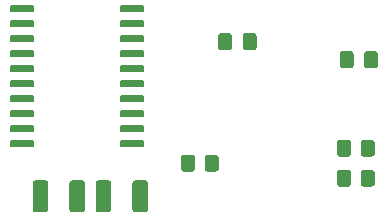
<source format=gbr>
G04 #@! TF.GenerationSoftware,KiCad,Pcbnew,5.1.5+dfsg1-2build2*
G04 #@! TF.CreationDate,2022-11-08T07:02:07+00:00*
G04 #@! TF.ProjectId,link-up-serial,6c696e6b-2d75-4702-9d73-657269616c2e,rev?*
G04 #@! TF.SameCoordinates,Original*
G04 #@! TF.FileFunction,Paste,Bot*
G04 #@! TF.FilePolarity,Positive*
%FSLAX46Y46*%
G04 Gerber Fmt 4.6, Leading zero omitted, Abs format (unit mm)*
G04 Created by KiCad (PCBNEW 5.1.5+dfsg1-2build2) date 2022-11-08 07:02:07*
%MOMM*%
%LPD*%
G04 APERTURE LIST*
%ADD10C,0.100000*%
G04 APERTURE END LIST*
D10*
G36*
X102157703Y-103967722D02*
G01*
X102172264Y-103969882D01*
X102186543Y-103973459D01*
X102200403Y-103978418D01*
X102213710Y-103984712D01*
X102226336Y-103992280D01*
X102238159Y-104001048D01*
X102249066Y-104010934D01*
X102258952Y-104021841D01*
X102267720Y-104033664D01*
X102275288Y-104046290D01*
X102281582Y-104059597D01*
X102286541Y-104073457D01*
X102290118Y-104087736D01*
X102292278Y-104102297D01*
X102293000Y-104117000D01*
X102293000Y-104417000D01*
X102292278Y-104431703D01*
X102290118Y-104446264D01*
X102286541Y-104460543D01*
X102281582Y-104474403D01*
X102275288Y-104487710D01*
X102267720Y-104500336D01*
X102258952Y-104512159D01*
X102249066Y-104523066D01*
X102238159Y-104532952D01*
X102226336Y-104541720D01*
X102213710Y-104549288D01*
X102200403Y-104555582D01*
X102186543Y-104560541D01*
X102172264Y-104564118D01*
X102157703Y-104566278D01*
X102143000Y-104567000D01*
X100393000Y-104567000D01*
X100378297Y-104566278D01*
X100363736Y-104564118D01*
X100349457Y-104560541D01*
X100335597Y-104555582D01*
X100322290Y-104549288D01*
X100309664Y-104541720D01*
X100297841Y-104532952D01*
X100286934Y-104523066D01*
X100277048Y-104512159D01*
X100268280Y-104500336D01*
X100260712Y-104487710D01*
X100254418Y-104474403D01*
X100249459Y-104460543D01*
X100245882Y-104446264D01*
X100243722Y-104431703D01*
X100243000Y-104417000D01*
X100243000Y-104117000D01*
X100243722Y-104102297D01*
X100245882Y-104087736D01*
X100249459Y-104073457D01*
X100254418Y-104059597D01*
X100260712Y-104046290D01*
X100268280Y-104033664D01*
X100277048Y-104021841D01*
X100286934Y-104010934D01*
X100297841Y-104001048D01*
X100309664Y-103992280D01*
X100322290Y-103984712D01*
X100335597Y-103978418D01*
X100349457Y-103973459D01*
X100363736Y-103969882D01*
X100378297Y-103967722D01*
X100393000Y-103967000D01*
X102143000Y-103967000D01*
X102157703Y-103967722D01*
G37*
G36*
X102157703Y-105237722D02*
G01*
X102172264Y-105239882D01*
X102186543Y-105243459D01*
X102200403Y-105248418D01*
X102213710Y-105254712D01*
X102226336Y-105262280D01*
X102238159Y-105271048D01*
X102249066Y-105280934D01*
X102258952Y-105291841D01*
X102267720Y-105303664D01*
X102275288Y-105316290D01*
X102281582Y-105329597D01*
X102286541Y-105343457D01*
X102290118Y-105357736D01*
X102292278Y-105372297D01*
X102293000Y-105387000D01*
X102293000Y-105687000D01*
X102292278Y-105701703D01*
X102290118Y-105716264D01*
X102286541Y-105730543D01*
X102281582Y-105744403D01*
X102275288Y-105757710D01*
X102267720Y-105770336D01*
X102258952Y-105782159D01*
X102249066Y-105793066D01*
X102238159Y-105802952D01*
X102226336Y-105811720D01*
X102213710Y-105819288D01*
X102200403Y-105825582D01*
X102186543Y-105830541D01*
X102172264Y-105834118D01*
X102157703Y-105836278D01*
X102143000Y-105837000D01*
X100393000Y-105837000D01*
X100378297Y-105836278D01*
X100363736Y-105834118D01*
X100349457Y-105830541D01*
X100335597Y-105825582D01*
X100322290Y-105819288D01*
X100309664Y-105811720D01*
X100297841Y-105802952D01*
X100286934Y-105793066D01*
X100277048Y-105782159D01*
X100268280Y-105770336D01*
X100260712Y-105757710D01*
X100254418Y-105744403D01*
X100249459Y-105730543D01*
X100245882Y-105716264D01*
X100243722Y-105701703D01*
X100243000Y-105687000D01*
X100243000Y-105387000D01*
X100243722Y-105372297D01*
X100245882Y-105357736D01*
X100249459Y-105343457D01*
X100254418Y-105329597D01*
X100260712Y-105316290D01*
X100268280Y-105303664D01*
X100277048Y-105291841D01*
X100286934Y-105280934D01*
X100297841Y-105271048D01*
X100309664Y-105262280D01*
X100322290Y-105254712D01*
X100335597Y-105248418D01*
X100349457Y-105243459D01*
X100363736Y-105239882D01*
X100378297Y-105237722D01*
X100393000Y-105237000D01*
X102143000Y-105237000D01*
X102157703Y-105237722D01*
G37*
G36*
X102157703Y-106507722D02*
G01*
X102172264Y-106509882D01*
X102186543Y-106513459D01*
X102200403Y-106518418D01*
X102213710Y-106524712D01*
X102226336Y-106532280D01*
X102238159Y-106541048D01*
X102249066Y-106550934D01*
X102258952Y-106561841D01*
X102267720Y-106573664D01*
X102275288Y-106586290D01*
X102281582Y-106599597D01*
X102286541Y-106613457D01*
X102290118Y-106627736D01*
X102292278Y-106642297D01*
X102293000Y-106657000D01*
X102293000Y-106957000D01*
X102292278Y-106971703D01*
X102290118Y-106986264D01*
X102286541Y-107000543D01*
X102281582Y-107014403D01*
X102275288Y-107027710D01*
X102267720Y-107040336D01*
X102258952Y-107052159D01*
X102249066Y-107063066D01*
X102238159Y-107072952D01*
X102226336Y-107081720D01*
X102213710Y-107089288D01*
X102200403Y-107095582D01*
X102186543Y-107100541D01*
X102172264Y-107104118D01*
X102157703Y-107106278D01*
X102143000Y-107107000D01*
X100393000Y-107107000D01*
X100378297Y-107106278D01*
X100363736Y-107104118D01*
X100349457Y-107100541D01*
X100335597Y-107095582D01*
X100322290Y-107089288D01*
X100309664Y-107081720D01*
X100297841Y-107072952D01*
X100286934Y-107063066D01*
X100277048Y-107052159D01*
X100268280Y-107040336D01*
X100260712Y-107027710D01*
X100254418Y-107014403D01*
X100249459Y-107000543D01*
X100245882Y-106986264D01*
X100243722Y-106971703D01*
X100243000Y-106957000D01*
X100243000Y-106657000D01*
X100243722Y-106642297D01*
X100245882Y-106627736D01*
X100249459Y-106613457D01*
X100254418Y-106599597D01*
X100260712Y-106586290D01*
X100268280Y-106573664D01*
X100277048Y-106561841D01*
X100286934Y-106550934D01*
X100297841Y-106541048D01*
X100309664Y-106532280D01*
X100322290Y-106524712D01*
X100335597Y-106518418D01*
X100349457Y-106513459D01*
X100363736Y-106509882D01*
X100378297Y-106507722D01*
X100393000Y-106507000D01*
X102143000Y-106507000D01*
X102157703Y-106507722D01*
G37*
G36*
X102157703Y-107777722D02*
G01*
X102172264Y-107779882D01*
X102186543Y-107783459D01*
X102200403Y-107788418D01*
X102213710Y-107794712D01*
X102226336Y-107802280D01*
X102238159Y-107811048D01*
X102249066Y-107820934D01*
X102258952Y-107831841D01*
X102267720Y-107843664D01*
X102275288Y-107856290D01*
X102281582Y-107869597D01*
X102286541Y-107883457D01*
X102290118Y-107897736D01*
X102292278Y-107912297D01*
X102293000Y-107927000D01*
X102293000Y-108227000D01*
X102292278Y-108241703D01*
X102290118Y-108256264D01*
X102286541Y-108270543D01*
X102281582Y-108284403D01*
X102275288Y-108297710D01*
X102267720Y-108310336D01*
X102258952Y-108322159D01*
X102249066Y-108333066D01*
X102238159Y-108342952D01*
X102226336Y-108351720D01*
X102213710Y-108359288D01*
X102200403Y-108365582D01*
X102186543Y-108370541D01*
X102172264Y-108374118D01*
X102157703Y-108376278D01*
X102143000Y-108377000D01*
X100393000Y-108377000D01*
X100378297Y-108376278D01*
X100363736Y-108374118D01*
X100349457Y-108370541D01*
X100335597Y-108365582D01*
X100322290Y-108359288D01*
X100309664Y-108351720D01*
X100297841Y-108342952D01*
X100286934Y-108333066D01*
X100277048Y-108322159D01*
X100268280Y-108310336D01*
X100260712Y-108297710D01*
X100254418Y-108284403D01*
X100249459Y-108270543D01*
X100245882Y-108256264D01*
X100243722Y-108241703D01*
X100243000Y-108227000D01*
X100243000Y-107927000D01*
X100243722Y-107912297D01*
X100245882Y-107897736D01*
X100249459Y-107883457D01*
X100254418Y-107869597D01*
X100260712Y-107856290D01*
X100268280Y-107843664D01*
X100277048Y-107831841D01*
X100286934Y-107820934D01*
X100297841Y-107811048D01*
X100309664Y-107802280D01*
X100322290Y-107794712D01*
X100335597Y-107788418D01*
X100349457Y-107783459D01*
X100363736Y-107779882D01*
X100378297Y-107777722D01*
X100393000Y-107777000D01*
X102143000Y-107777000D01*
X102157703Y-107777722D01*
G37*
G36*
X102157703Y-109047722D02*
G01*
X102172264Y-109049882D01*
X102186543Y-109053459D01*
X102200403Y-109058418D01*
X102213710Y-109064712D01*
X102226336Y-109072280D01*
X102238159Y-109081048D01*
X102249066Y-109090934D01*
X102258952Y-109101841D01*
X102267720Y-109113664D01*
X102275288Y-109126290D01*
X102281582Y-109139597D01*
X102286541Y-109153457D01*
X102290118Y-109167736D01*
X102292278Y-109182297D01*
X102293000Y-109197000D01*
X102293000Y-109497000D01*
X102292278Y-109511703D01*
X102290118Y-109526264D01*
X102286541Y-109540543D01*
X102281582Y-109554403D01*
X102275288Y-109567710D01*
X102267720Y-109580336D01*
X102258952Y-109592159D01*
X102249066Y-109603066D01*
X102238159Y-109612952D01*
X102226336Y-109621720D01*
X102213710Y-109629288D01*
X102200403Y-109635582D01*
X102186543Y-109640541D01*
X102172264Y-109644118D01*
X102157703Y-109646278D01*
X102143000Y-109647000D01*
X100393000Y-109647000D01*
X100378297Y-109646278D01*
X100363736Y-109644118D01*
X100349457Y-109640541D01*
X100335597Y-109635582D01*
X100322290Y-109629288D01*
X100309664Y-109621720D01*
X100297841Y-109612952D01*
X100286934Y-109603066D01*
X100277048Y-109592159D01*
X100268280Y-109580336D01*
X100260712Y-109567710D01*
X100254418Y-109554403D01*
X100249459Y-109540543D01*
X100245882Y-109526264D01*
X100243722Y-109511703D01*
X100243000Y-109497000D01*
X100243000Y-109197000D01*
X100243722Y-109182297D01*
X100245882Y-109167736D01*
X100249459Y-109153457D01*
X100254418Y-109139597D01*
X100260712Y-109126290D01*
X100268280Y-109113664D01*
X100277048Y-109101841D01*
X100286934Y-109090934D01*
X100297841Y-109081048D01*
X100309664Y-109072280D01*
X100322290Y-109064712D01*
X100335597Y-109058418D01*
X100349457Y-109053459D01*
X100363736Y-109049882D01*
X100378297Y-109047722D01*
X100393000Y-109047000D01*
X102143000Y-109047000D01*
X102157703Y-109047722D01*
G37*
G36*
X102157703Y-110317722D02*
G01*
X102172264Y-110319882D01*
X102186543Y-110323459D01*
X102200403Y-110328418D01*
X102213710Y-110334712D01*
X102226336Y-110342280D01*
X102238159Y-110351048D01*
X102249066Y-110360934D01*
X102258952Y-110371841D01*
X102267720Y-110383664D01*
X102275288Y-110396290D01*
X102281582Y-110409597D01*
X102286541Y-110423457D01*
X102290118Y-110437736D01*
X102292278Y-110452297D01*
X102293000Y-110467000D01*
X102293000Y-110767000D01*
X102292278Y-110781703D01*
X102290118Y-110796264D01*
X102286541Y-110810543D01*
X102281582Y-110824403D01*
X102275288Y-110837710D01*
X102267720Y-110850336D01*
X102258952Y-110862159D01*
X102249066Y-110873066D01*
X102238159Y-110882952D01*
X102226336Y-110891720D01*
X102213710Y-110899288D01*
X102200403Y-110905582D01*
X102186543Y-110910541D01*
X102172264Y-110914118D01*
X102157703Y-110916278D01*
X102143000Y-110917000D01*
X100393000Y-110917000D01*
X100378297Y-110916278D01*
X100363736Y-110914118D01*
X100349457Y-110910541D01*
X100335597Y-110905582D01*
X100322290Y-110899288D01*
X100309664Y-110891720D01*
X100297841Y-110882952D01*
X100286934Y-110873066D01*
X100277048Y-110862159D01*
X100268280Y-110850336D01*
X100260712Y-110837710D01*
X100254418Y-110824403D01*
X100249459Y-110810543D01*
X100245882Y-110796264D01*
X100243722Y-110781703D01*
X100243000Y-110767000D01*
X100243000Y-110467000D01*
X100243722Y-110452297D01*
X100245882Y-110437736D01*
X100249459Y-110423457D01*
X100254418Y-110409597D01*
X100260712Y-110396290D01*
X100268280Y-110383664D01*
X100277048Y-110371841D01*
X100286934Y-110360934D01*
X100297841Y-110351048D01*
X100309664Y-110342280D01*
X100322290Y-110334712D01*
X100335597Y-110328418D01*
X100349457Y-110323459D01*
X100363736Y-110319882D01*
X100378297Y-110317722D01*
X100393000Y-110317000D01*
X102143000Y-110317000D01*
X102157703Y-110317722D01*
G37*
G36*
X102157703Y-111587722D02*
G01*
X102172264Y-111589882D01*
X102186543Y-111593459D01*
X102200403Y-111598418D01*
X102213710Y-111604712D01*
X102226336Y-111612280D01*
X102238159Y-111621048D01*
X102249066Y-111630934D01*
X102258952Y-111641841D01*
X102267720Y-111653664D01*
X102275288Y-111666290D01*
X102281582Y-111679597D01*
X102286541Y-111693457D01*
X102290118Y-111707736D01*
X102292278Y-111722297D01*
X102293000Y-111737000D01*
X102293000Y-112037000D01*
X102292278Y-112051703D01*
X102290118Y-112066264D01*
X102286541Y-112080543D01*
X102281582Y-112094403D01*
X102275288Y-112107710D01*
X102267720Y-112120336D01*
X102258952Y-112132159D01*
X102249066Y-112143066D01*
X102238159Y-112152952D01*
X102226336Y-112161720D01*
X102213710Y-112169288D01*
X102200403Y-112175582D01*
X102186543Y-112180541D01*
X102172264Y-112184118D01*
X102157703Y-112186278D01*
X102143000Y-112187000D01*
X100393000Y-112187000D01*
X100378297Y-112186278D01*
X100363736Y-112184118D01*
X100349457Y-112180541D01*
X100335597Y-112175582D01*
X100322290Y-112169288D01*
X100309664Y-112161720D01*
X100297841Y-112152952D01*
X100286934Y-112143066D01*
X100277048Y-112132159D01*
X100268280Y-112120336D01*
X100260712Y-112107710D01*
X100254418Y-112094403D01*
X100249459Y-112080543D01*
X100245882Y-112066264D01*
X100243722Y-112051703D01*
X100243000Y-112037000D01*
X100243000Y-111737000D01*
X100243722Y-111722297D01*
X100245882Y-111707736D01*
X100249459Y-111693457D01*
X100254418Y-111679597D01*
X100260712Y-111666290D01*
X100268280Y-111653664D01*
X100277048Y-111641841D01*
X100286934Y-111630934D01*
X100297841Y-111621048D01*
X100309664Y-111612280D01*
X100322290Y-111604712D01*
X100335597Y-111598418D01*
X100349457Y-111593459D01*
X100363736Y-111589882D01*
X100378297Y-111587722D01*
X100393000Y-111587000D01*
X102143000Y-111587000D01*
X102157703Y-111587722D01*
G37*
G36*
X102157703Y-112857722D02*
G01*
X102172264Y-112859882D01*
X102186543Y-112863459D01*
X102200403Y-112868418D01*
X102213710Y-112874712D01*
X102226336Y-112882280D01*
X102238159Y-112891048D01*
X102249066Y-112900934D01*
X102258952Y-112911841D01*
X102267720Y-112923664D01*
X102275288Y-112936290D01*
X102281582Y-112949597D01*
X102286541Y-112963457D01*
X102290118Y-112977736D01*
X102292278Y-112992297D01*
X102293000Y-113007000D01*
X102293000Y-113307000D01*
X102292278Y-113321703D01*
X102290118Y-113336264D01*
X102286541Y-113350543D01*
X102281582Y-113364403D01*
X102275288Y-113377710D01*
X102267720Y-113390336D01*
X102258952Y-113402159D01*
X102249066Y-113413066D01*
X102238159Y-113422952D01*
X102226336Y-113431720D01*
X102213710Y-113439288D01*
X102200403Y-113445582D01*
X102186543Y-113450541D01*
X102172264Y-113454118D01*
X102157703Y-113456278D01*
X102143000Y-113457000D01*
X100393000Y-113457000D01*
X100378297Y-113456278D01*
X100363736Y-113454118D01*
X100349457Y-113450541D01*
X100335597Y-113445582D01*
X100322290Y-113439288D01*
X100309664Y-113431720D01*
X100297841Y-113422952D01*
X100286934Y-113413066D01*
X100277048Y-113402159D01*
X100268280Y-113390336D01*
X100260712Y-113377710D01*
X100254418Y-113364403D01*
X100249459Y-113350543D01*
X100245882Y-113336264D01*
X100243722Y-113321703D01*
X100243000Y-113307000D01*
X100243000Y-113007000D01*
X100243722Y-112992297D01*
X100245882Y-112977736D01*
X100249459Y-112963457D01*
X100254418Y-112949597D01*
X100260712Y-112936290D01*
X100268280Y-112923664D01*
X100277048Y-112911841D01*
X100286934Y-112900934D01*
X100297841Y-112891048D01*
X100309664Y-112882280D01*
X100322290Y-112874712D01*
X100335597Y-112868418D01*
X100349457Y-112863459D01*
X100363736Y-112859882D01*
X100378297Y-112857722D01*
X100393000Y-112857000D01*
X102143000Y-112857000D01*
X102157703Y-112857722D01*
G37*
G36*
X102157703Y-114127722D02*
G01*
X102172264Y-114129882D01*
X102186543Y-114133459D01*
X102200403Y-114138418D01*
X102213710Y-114144712D01*
X102226336Y-114152280D01*
X102238159Y-114161048D01*
X102249066Y-114170934D01*
X102258952Y-114181841D01*
X102267720Y-114193664D01*
X102275288Y-114206290D01*
X102281582Y-114219597D01*
X102286541Y-114233457D01*
X102290118Y-114247736D01*
X102292278Y-114262297D01*
X102293000Y-114277000D01*
X102293000Y-114577000D01*
X102292278Y-114591703D01*
X102290118Y-114606264D01*
X102286541Y-114620543D01*
X102281582Y-114634403D01*
X102275288Y-114647710D01*
X102267720Y-114660336D01*
X102258952Y-114672159D01*
X102249066Y-114683066D01*
X102238159Y-114692952D01*
X102226336Y-114701720D01*
X102213710Y-114709288D01*
X102200403Y-114715582D01*
X102186543Y-114720541D01*
X102172264Y-114724118D01*
X102157703Y-114726278D01*
X102143000Y-114727000D01*
X100393000Y-114727000D01*
X100378297Y-114726278D01*
X100363736Y-114724118D01*
X100349457Y-114720541D01*
X100335597Y-114715582D01*
X100322290Y-114709288D01*
X100309664Y-114701720D01*
X100297841Y-114692952D01*
X100286934Y-114683066D01*
X100277048Y-114672159D01*
X100268280Y-114660336D01*
X100260712Y-114647710D01*
X100254418Y-114634403D01*
X100249459Y-114620543D01*
X100245882Y-114606264D01*
X100243722Y-114591703D01*
X100243000Y-114577000D01*
X100243000Y-114277000D01*
X100243722Y-114262297D01*
X100245882Y-114247736D01*
X100249459Y-114233457D01*
X100254418Y-114219597D01*
X100260712Y-114206290D01*
X100268280Y-114193664D01*
X100277048Y-114181841D01*
X100286934Y-114170934D01*
X100297841Y-114161048D01*
X100309664Y-114152280D01*
X100322290Y-114144712D01*
X100335597Y-114138418D01*
X100349457Y-114133459D01*
X100363736Y-114129882D01*
X100378297Y-114127722D01*
X100393000Y-114127000D01*
X102143000Y-114127000D01*
X102157703Y-114127722D01*
G37*
G36*
X102157703Y-115397722D02*
G01*
X102172264Y-115399882D01*
X102186543Y-115403459D01*
X102200403Y-115408418D01*
X102213710Y-115414712D01*
X102226336Y-115422280D01*
X102238159Y-115431048D01*
X102249066Y-115440934D01*
X102258952Y-115451841D01*
X102267720Y-115463664D01*
X102275288Y-115476290D01*
X102281582Y-115489597D01*
X102286541Y-115503457D01*
X102290118Y-115517736D01*
X102292278Y-115532297D01*
X102293000Y-115547000D01*
X102293000Y-115847000D01*
X102292278Y-115861703D01*
X102290118Y-115876264D01*
X102286541Y-115890543D01*
X102281582Y-115904403D01*
X102275288Y-115917710D01*
X102267720Y-115930336D01*
X102258952Y-115942159D01*
X102249066Y-115953066D01*
X102238159Y-115962952D01*
X102226336Y-115971720D01*
X102213710Y-115979288D01*
X102200403Y-115985582D01*
X102186543Y-115990541D01*
X102172264Y-115994118D01*
X102157703Y-115996278D01*
X102143000Y-115997000D01*
X100393000Y-115997000D01*
X100378297Y-115996278D01*
X100363736Y-115994118D01*
X100349457Y-115990541D01*
X100335597Y-115985582D01*
X100322290Y-115979288D01*
X100309664Y-115971720D01*
X100297841Y-115962952D01*
X100286934Y-115953066D01*
X100277048Y-115942159D01*
X100268280Y-115930336D01*
X100260712Y-115917710D01*
X100254418Y-115904403D01*
X100249459Y-115890543D01*
X100245882Y-115876264D01*
X100243722Y-115861703D01*
X100243000Y-115847000D01*
X100243000Y-115547000D01*
X100243722Y-115532297D01*
X100245882Y-115517736D01*
X100249459Y-115503457D01*
X100254418Y-115489597D01*
X100260712Y-115476290D01*
X100268280Y-115463664D01*
X100277048Y-115451841D01*
X100286934Y-115440934D01*
X100297841Y-115431048D01*
X100309664Y-115422280D01*
X100322290Y-115414712D01*
X100335597Y-115408418D01*
X100349457Y-115403459D01*
X100363736Y-115399882D01*
X100378297Y-115397722D01*
X100393000Y-115397000D01*
X102143000Y-115397000D01*
X102157703Y-115397722D01*
G37*
G36*
X111457703Y-115397722D02*
G01*
X111472264Y-115399882D01*
X111486543Y-115403459D01*
X111500403Y-115408418D01*
X111513710Y-115414712D01*
X111526336Y-115422280D01*
X111538159Y-115431048D01*
X111549066Y-115440934D01*
X111558952Y-115451841D01*
X111567720Y-115463664D01*
X111575288Y-115476290D01*
X111581582Y-115489597D01*
X111586541Y-115503457D01*
X111590118Y-115517736D01*
X111592278Y-115532297D01*
X111593000Y-115547000D01*
X111593000Y-115847000D01*
X111592278Y-115861703D01*
X111590118Y-115876264D01*
X111586541Y-115890543D01*
X111581582Y-115904403D01*
X111575288Y-115917710D01*
X111567720Y-115930336D01*
X111558952Y-115942159D01*
X111549066Y-115953066D01*
X111538159Y-115962952D01*
X111526336Y-115971720D01*
X111513710Y-115979288D01*
X111500403Y-115985582D01*
X111486543Y-115990541D01*
X111472264Y-115994118D01*
X111457703Y-115996278D01*
X111443000Y-115997000D01*
X109693000Y-115997000D01*
X109678297Y-115996278D01*
X109663736Y-115994118D01*
X109649457Y-115990541D01*
X109635597Y-115985582D01*
X109622290Y-115979288D01*
X109609664Y-115971720D01*
X109597841Y-115962952D01*
X109586934Y-115953066D01*
X109577048Y-115942159D01*
X109568280Y-115930336D01*
X109560712Y-115917710D01*
X109554418Y-115904403D01*
X109549459Y-115890543D01*
X109545882Y-115876264D01*
X109543722Y-115861703D01*
X109543000Y-115847000D01*
X109543000Y-115547000D01*
X109543722Y-115532297D01*
X109545882Y-115517736D01*
X109549459Y-115503457D01*
X109554418Y-115489597D01*
X109560712Y-115476290D01*
X109568280Y-115463664D01*
X109577048Y-115451841D01*
X109586934Y-115440934D01*
X109597841Y-115431048D01*
X109609664Y-115422280D01*
X109622290Y-115414712D01*
X109635597Y-115408418D01*
X109649457Y-115403459D01*
X109663736Y-115399882D01*
X109678297Y-115397722D01*
X109693000Y-115397000D01*
X111443000Y-115397000D01*
X111457703Y-115397722D01*
G37*
G36*
X111457703Y-114127722D02*
G01*
X111472264Y-114129882D01*
X111486543Y-114133459D01*
X111500403Y-114138418D01*
X111513710Y-114144712D01*
X111526336Y-114152280D01*
X111538159Y-114161048D01*
X111549066Y-114170934D01*
X111558952Y-114181841D01*
X111567720Y-114193664D01*
X111575288Y-114206290D01*
X111581582Y-114219597D01*
X111586541Y-114233457D01*
X111590118Y-114247736D01*
X111592278Y-114262297D01*
X111593000Y-114277000D01*
X111593000Y-114577000D01*
X111592278Y-114591703D01*
X111590118Y-114606264D01*
X111586541Y-114620543D01*
X111581582Y-114634403D01*
X111575288Y-114647710D01*
X111567720Y-114660336D01*
X111558952Y-114672159D01*
X111549066Y-114683066D01*
X111538159Y-114692952D01*
X111526336Y-114701720D01*
X111513710Y-114709288D01*
X111500403Y-114715582D01*
X111486543Y-114720541D01*
X111472264Y-114724118D01*
X111457703Y-114726278D01*
X111443000Y-114727000D01*
X109693000Y-114727000D01*
X109678297Y-114726278D01*
X109663736Y-114724118D01*
X109649457Y-114720541D01*
X109635597Y-114715582D01*
X109622290Y-114709288D01*
X109609664Y-114701720D01*
X109597841Y-114692952D01*
X109586934Y-114683066D01*
X109577048Y-114672159D01*
X109568280Y-114660336D01*
X109560712Y-114647710D01*
X109554418Y-114634403D01*
X109549459Y-114620543D01*
X109545882Y-114606264D01*
X109543722Y-114591703D01*
X109543000Y-114577000D01*
X109543000Y-114277000D01*
X109543722Y-114262297D01*
X109545882Y-114247736D01*
X109549459Y-114233457D01*
X109554418Y-114219597D01*
X109560712Y-114206290D01*
X109568280Y-114193664D01*
X109577048Y-114181841D01*
X109586934Y-114170934D01*
X109597841Y-114161048D01*
X109609664Y-114152280D01*
X109622290Y-114144712D01*
X109635597Y-114138418D01*
X109649457Y-114133459D01*
X109663736Y-114129882D01*
X109678297Y-114127722D01*
X109693000Y-114127000D01*
X111443000Y-114127000D01*
X111457703Y-114127722D01*
G37*
G36*
X111457703Y-112857722D02*
G01*
X111472264Y-112859882D01*
X111486543Y-112863459D01*
X111500403Y-112868418D01*
X111513710Y-112874712D01*
X111526336Y-112882280D01*
X111538159Y-112891048D01*
X111549066Y-112900934D01*
X111558952Y-112911841D01*
X111567720Y-112923664D01*
X111575288Y-112936290D01*
X111581582Y-112949597D01*
X111586541Y-112963457D01*
X111590118Y-112977736D01*
X111592278Y-112992297D01*
X111593000Y-113007000D01*
X111593000Y-113307000D01*
X111592278Y-113321703D01*
X111590118Y-113336264D01*
X111586541Y-113350543D01*
X111581582Y-113364403D01*
X111575288Y-113377710D01*
X111567720Y-113390336D01*
X111558952Y-113402159D01*
X111549066Y-113413066D01*
X111538159Y-113422952D01*
X111526336Y-113431720D01*
X111513710Y-113439288D01*
X111500403Y-113445582D01*
X111486543Y-113450541D01*
X111472264Y-113454118D01*
X111457703Y-113456278D01*
X111443000Y-113457000D01*
X109693000Y-113457000D01*
X109678297Y-113456278D01*
X109663736Y-113454118D01*
X109649457Y-113450541D01*
X109635597Y-113445582D01*
X109622290Y-113439288D01*
X109609664Y-113431720D01*
X109597841Y-113422952D01*
X109586934Y-113413066D01*
X109577048Y-113402159D01*
X109568280Y-113390336D01*
X109560712Y-113377710D01*
X109554418Y-113364403D01*
X109549459Y-113350543D01*
X109545882Y-113336264D01*
X109543722Y-113321703D01*
X109543000Y-113307000D01*
X109543000Y-113007000D01*
X109543722Y-112992297D01*
X109545882Y-112977736D01*
X109549459Y-112963457D01*
X109554418Y-112949597D01*
X109560712Y-112936290D01*
X109568280Y-112923664D01*
X109577048Y-112911841D01*
X109586934Y-112900934D01*
X109597841Y-112891048D01*
X109609664Y-112882280D01*
X109622290Y-112874712D01*
X109635597Y-112868418D01*
X109649457Y-112863459D01*
X109663736Y-112859882D01*
X109678297Y-112857722D01*
X109693000Y-112857000D01*
X111443000Y-112857000D01*
X111457703Y-112857722D01*
G37*
G36*
X111457703Y-111587722D02*
G01*
X111472264Y-111589882D01*
X111486543Y-111593459D01*
X111500403Y-111598418D01*
X111513710Y-111604712D01*
X111526336Y-111612280D01*
X111538159Y-111621048D01*
X111549066Y-111630934D01*
X111558952Y-111641841D01*
X111567720Y-111653664D01*
X111575288Y-111666290D01*
X111581582Y-111679597D01*
X111586541Y-111693457D01*
X111590118Y-111707736D01*
X111592278Y-111722297D01*
X111593000Y-111737000D01*
X111593000Y-112037000D01*
X111592278Y-112051703D01*
X111590118Y-112066264D01*
X111586541Y-112080543D01*
X111581582Y-112094403D01*
X111575288Y-112107710D01*
X111567720Y-112120336D01*
X111558952Y-112132159D01*
X111549066Y-112143066D01*
X111538159Y-112152952D01*
X111526336Y-112161720D01*
X111513710Y-112169288D01*
X111500403Y-112175582D01*
X111486543Y-112180541D01*
X111472264Y-112184118D01*
X111457703Y-112186278D01*
X111443000Y-112187000D01*
X109693000Y-112187000D01*
X109678297Y-112186278D01*
X109663736Y-112184118D01*
X109649457Y-112180541D01*
X109635597Y-112175582D01*
X109622290Y-112169288D01*
X109609664Y-112161720D01*
X109597841Y-112152952D01*
X109586934Y-112143066D01*
X109577048Y-112132159D01*
X109568280Y-112120336D01*
X109560712Y-112107710D01*
X109554418Y-112094403D01*
X109549459Y-112080543D01*
X109545882Y-112066264D01*
X109543722Y-112051703D01*
X109543000Y-112037000D01*
X109543000Y-111737000D01*
X109543722Y-111722297D01*
X109545882Y-111707736D01*
X109549459Y-111693457D01*
X109554418Y-111679597D01*
X109560712Y-111666290D01*
X109568280Y-111653664D01*
X109577048Y-111641841D01*
X109586934Y-111630934D01*
X109597841Y-111621048D01*
X109609664Y-111612280D01*
X109622290Y-111604712D01*
X109635597Y-111598418D01*
X109649457Y-111593459D01*
X109663736Y-111589882D01*
X109678297Y-111587722D01*
X109693000Y-111587000D01*
X111443000Y-111587000D01*
X111457703Y-111587722D01*
G37*
G36*
X111457703Y-110317722D02*
G01*
X111472264Y-110319882D01*
X111486543Y-110323459D01*
X111500403Y-110328418D01*
X111513710Y-110334712D01*
X111526336Y-110342280D01*
X111538159Y-110351048D01*
X111549066Y-110360934D01*
X111558952Y-110371841D01*
X111567720Y-110383664D01*
X111575288Y-110396290D01*
X111581582Y-110409597D01*
X111586541Y-110423457D01*
X111590118Y-110437736D01*
X111592278Y-110452297D01*
X111593000Y-110467000D01*
X111593000Y-110767000D01*
X111592278Y-110781703D01*
X111590118Y-110796264D01*
X111586541Y-110810543D01*
X111581582Y-110824403D01*
X111575288Y-110837710D01*
X111567720Y-110850336D01*
X111558952Y-110862159D01*
X111549066Y-110873066D01*
X111538159Y-110882952D01*
X111526336Y-110891720D01*
X111513710Y-110899288D01*
X111500403Y-110905582D01*
X111486543Y-110910541D01*
X111472264Y-110914118D01*
X111457703Y-110916278D01*
X111443000Y-110917000D01*
X109693000Y-110917000D01*
X109678297Y-110916278D01*
X109663736Y-110914118D01*
X109649457Y-110910541D01*
X109635597Y-110905582D01*
X109622290Y-110899288D01*
X109609664Y-110891720D01*
X109597841Y-110882952D01*
X109586934Y-110873066D01*
X109577048Y-110862159D01*
X109568280Y-110850336D01*
X109560712Y-110837710D01*
X109554418Y-110824403D01*
X109549459Y-110810543D01*
X109545882Y-110796264D01*
X109543722Y-110781703D01*
X109543000Y-110767000D01*
X109543000Y-110467000D01*
X109543722Y-110452297D01*
X109545882Y-110437736D01*
X109549459Y-110423457D01*
X109554418Y-110409597D01*
X109560712Y-110396290D01*
X109568280Y-110383664D01*
X109577048Y-110371841D01*
X109586934Y-110360934D01*
X109597841Y-110351048D01*
X109609664Y-110342280D01*
X109622290Y-110334712D01*
X109635597Y-110328418D01*
X109649457Y-110323459D01*
X109663736Y-110319882D01*
X109678297Y-110317722D01*
X109693000Y-110317000D01*
X111443000Y-110317000D01*
X111457703Y-110317722D01*
G37*
G36*
X111457703Y-109047722D02*
G01*
X111472264Y-109049882D01*
X111486543Y-109053459D01*
X111500403Y-109058418D01*
X111513710Y-109064712D01*
X111526336Y-109072280D01*
X111538159Y-109081048D01*
X111549066Y-109090934D01*
X111558952Y-109101841D01*
X111567720Y-109113664D01*
X111575288Y-109126290D01*
X111581582Y-109139597D01*
X111586541Y-109153457D01*
X111590118Y-109167736D01*
X111592278Y-109182297D01*
X111593000Y-109197000D01*
X111593000Y-109497000D01*
X111592278Y-109511703D01*
X111590118Y-109526264D01*
X111586541Y-109540543D01*
X111581582Y-109554403D01*
X111575288Y-109567710D01*
X111567720Y-109580336D01*
X111558952Y-109592159D01*
X111549066Y-109603066D01*
X111538159Y-109612952D01*
X111526336Y-109621720D01*
X111513710Y-109629288D01*
X111500403Y-109635582D01*
X111486543Y-109640541D01*
X111472264Y-109644118D01*
X111457703Y-109646278D01*
X111443000Y-109647000D01*
X109693000Y-109647000D01*
X109678297Y-109646278D01*
X109663736Y-109644118D01*
X109649457Y-109640541D01*
X109635597Y-109635582D01*
X109622290Y-109629288D01*
X109609664Y-109621720D01*
X109597841Y-109612952D01*
X109586934Y-109603066D01*
X109577048Y-109592159D01*
X109568280Y-109580336D01*
X109560712Y-109567710D01*
X109554418Y-109554403D01*
X109549459Y-109540543D01*
X109545882Y-109526264D01*
X109543722Y-109511703D01*
X109543000Y-109497000D01*
X109543000Y-109197000D01*
X109543722Y-109182297D01*
X109545882Y-109167736D01*
X109549459Y-109153457D01*
X109554418Y-109139597D01*
X109560712Y-109126290D01*
X109568280Y-109113664D01*
X109577048Y-109101841D01*
X109586934Y-109090934D01*
X109597841Y-109081048D01*
X109609664Y-109072280D01*
X109622290Y-109064712D01*
X109635597Y-109058418D01*
X109649457Y-109053459D01*
X109663736Y-109049882D01*
X109678297Y-109047722D01*
X109693000Y-109047000D01*
X111443000Y-109047000D01*
X111457703Y-109047722D01*
G37*
G36*
X111457703Y-107777722D02*
G01*
X111472264Y-107779882D01*
X111486543Y-107783459D01*
X111500403Y-107788418D01*
X111513710Y-107794712D01*
X111526336Y-107802280D01*
X111538159Y-107811048D01*
X111549066Y-107820934D01*
X111558952Y-107831841D01*
X111567720Y-107843664D01*
X111575288Y-107856290D01*
X111581582Y-107869597D01*
X111586541Y-107883457D01*
X111590118Y-107897736D01*
X111592278Y-107912297D01*
X111593000Y-107927000D01*
X111593000Y-108227000D01*
X111592278Y-108241703D01*
X111590118Y-108256264D01*
X111586541Y-108270543D01*
X111581582Y-108284403D01*
X111575288Y-108297710D01*
X111567720Y-108310336D01*
X111558952Y-108322159D01*
X111549066Y-108333066D01*
X111538159Y-108342952D01*
X111526336Y-108351720D01*
X111513710Y-108359288D01*
X111500403Y-108365582D01*
X111486543Y-108370541D01*
X111472264Y-108374118D01*
X111457703Y-108376278D01*
X111443000Y-108377000D01*
X109693000Y-108377000D01*
X109678297Y-108376278D01*
X109663736Y-108374118D01*
X109649457Y-108370541D01*
X109635597Y-108365582D01*
X109622290Y-108359288D01*
X109609664Y-108351720D01*
X109597841Y-108342952D01*
X109586934Y-108333066D01*
X109577048Y-108322159D01*
X109568280Y-108310336D01*
X109560712Y-108297710D01*
X109554418Y-108284403D01*
X109549459Y-108270543D01*
X109545882Y-108256264D01*
X109543722Y-108241703D01*
X109543000Y-108227000D01*
X109543000Y-107927000D01*
X109543722Y-107912297D01*
X109545882Y-107897736D01*
X109549459Y-107883457D01*
X109554418Y-107869597D01*
X109560712Y-107856290D01*
X109568280Y-107843664D01*
X109577048Y-107831841D01*
X109586934Y-107820934D01*
X109597841Y-107811048D01*
X109609664Y-107802280D01*
X109622290Y-107794712D01*
X109635597Y-107788418D01*
X109649457Y-107783459D01*
X109663736Y-107779882D01*
X109678297Y-107777722D01*
X109693000Y-107777000D01*
X111443000Y-107777000D01*
X111457703Y-107777722D01*
G37*
G36*
X111457703Y-106507722D02*
G01*
X111472264Y-106509882D01*
X111486543Y-106513459D01*
X111500403Y-106518418D01*
X111513710Y-106524712D01*
X111526336Y-106532280D01*
X111538159Y-106541048D01*
X111549066Y-106550934D01*
X111558952Y-106561841D01*
X111567720Y-106573664D01*
X111575288Y-106586290D01*
X111581582Y-106599597D01*
X111586541Y-106613457D01*
X111590118Y-106627736D01*
X111592278Y-106642297D01*
X111593000Y-106657000D01*
X111593000Y-106957000D01*
X111592278Y-106971703D01*
X111590118Y-106986264D01*
X111586541Y-107000543D01*
X111581582Y-107014403D01*
X111575288Y-107027710D01*
X111567720Y-107040336D01*
X111558952Y-107052159D01*
X111549066Y-107063066D01*
X111538159Y-107072952D01*
X111526336Y-107081720D01*
X111513710Y-107089288D01*
X111500403Y-107095582D01*
X111486543Y-107100541D01*
X111472264Y-107104118D01*
X111457703Y-107106278D01*
X111443000Y-107107000D01*
X109693000Y-107107000D01*
X109678297Y-107106278D01*
X109663736Y-107104118D01*
X109649457Y-107100541D01*
X109635597Y-107095582D01*
X109622290Y-107089288D01*
X109609664Y-107081720D01*
X109597841Y-107072952D01*
X109586934Y-107063066D01*
X109577048Y-107052159D01*
X109568280Y-107040336D01*
X109560712Y-107027710D01*
X109554418Y-107014403D01*
X109549459Y-107000543D01*
X109545882Y-106986264D01*
X109543722Y-106971703D01*
X109543000Y-106957000D01*
X109543000Y-106657000D01*
X109543722Y-106642297D01*
X109545882Y-106627736D01*
X109549459Y-106613457D01*
X109554418Y-106599597D01*
X109560712Y-106586290D01*
X109568280Y-106573664D01*
X109577048Y-106561841D01*
X109586934Y-106550934D01*
X109597841Y-106541048D01*
X109609664Y-106532280D01*
X109622290Y-106524712D01*
X109635597Y-106518418D01*
X109649457Y-106513459D01*
X109663736Y-106509882D01*
X109678297Y-106507722D01*
X109693000Y-106507000D01*
X111443000Y-106507000D01*
X111457703Y-106507722D01*
G37*
G36*
X111457703Y-105237722D02*
G01*
X111472264Y-105239882D01*
X111486543Y-105243459D01*
X111500403Y-105248418D01*
X111513710Y-105254712D01*
X111526336Y-105262280D01*
X111538159Y-105271048D01*
X111549066Y-105280934D01*
X111558952Y-105291841D01*
X111567720Y-105303664D01*
X111575288Y-105316290D01*
X111581582Y-105329597D01*
X111586541Y-105343457D01*
X111590118Y-105357736D01*
X111592278Y-105372297D01*
X111593000Y-105387000D01*
X111593000Y-105687000D01*
X111592278Y-105701703D01*
X111590118Y-105716264D01*
X111586541Y-105730543D01*
X111581582Y-105744403D01*
X111575288Y-105757710D01*
X111567720Y-105770336D01*
X111558952Y-105782159D01*
X111549066Y-105793066D01*
X111538159Y-105802952D01*
X111526336Y-105811720D01*
X111513710Y-105819288D01*
X111500403Y-105825582D01*
X111486543Y-105830541D01*
X111472264Y-105834118D01*
X111457703Y-105836278D01*
X111443000Y-105837000D01*
X109693000Y-105837000D01*
X109678297Y-105836278D01*
X109663736Y-105834118D01*
X109649457Y-105830541D01*
X109635597Y-105825582D01*
X109622290Y-105819288D01*
X109609664Y-105811720D01*
X109597841Y-105802952D01*
X109586934Y-105793066D01*
X109577048Y-105782159D01*
X109568280Y-105770336D01*
X109560712Y-105757710D01*
X109554418Y-105744403D01*
X109549459Y-105730543D01*
X109545882Y-105716264D01*
X109543722Y-105701703D01*
X109543000Y-105687000D01*
X109543000Y-105387000D01*
X109543722Y-105372297D01*
X109545882Y-105357736D01*
X109549459Y-105343457D01*
X109554418Y-105329597D01*
X109560712Y-105316290D01*
X109568280Y-105303664D01*
X109577048Y-105291841D01*
X109586934Y-105280934D01*
X109597841Y-105271048D01*
X109609664Y-105262280D01*
X109622290Y-105254712D01*
X109635597Y-105248418D01*
X109649457Y-105243459D01*
X109663736Y-105239882D01*
X109678297Y-105237722D01*
X109693000Y-105237000D01*
X111443000Y-105237000D01*
X111457703Y-105237722D01*
G37*
G36*
X111457703Y-103967722D02*
G01*
X111472264Y-103969882D01*
X111486543Y-103973459D01*
X111500403Y-103978418D01*
X111513710Y-103984712D01*
X111526336Y-103992280D01*
X111538159Y-104001048D01*
X111549066Y-104010934D01*
X111558952Y-104021841D01*
X111567720Y-104033664D01*
X111575288Y-104046290D01*
X111581582Y-104059597D01*
X111586541Y-104073457D01*
X111590118Y-104087736D01*
X111592278Y-104102297D01*
X111593000Y-104117000D01*
X111593000Y-104417000D01*
X111592278Y-104431703D01*
X111590118Y-104446264D01*
X111586541Y-104460543D01*
X111581582Y-104474403D01*
X111575288Y-104487710D01*
X111567720Y-104500336D01*
X111558952Y-104512159D01*
X111549066Y-104523066D01*
X111538159Y-104532952D01*
X111526336Y-104541720D01*
X111513710Y-104549288D01*
X111500403Y-104555582D01*
X111486543Y-104560541D01*
X111472264Y-104564118D01*
X111457703Y-104566278D01*
X111443000Y-104567000D01*
X109693000Y-104567000D01*
X109678297Y-104566278D01*
X109663736Y-104564118D01*
X109649457Y-104560541D01*
X109635597Y-104555582D01*
X109622290Y-104549288D01*
X109609664Y-104541720D01*
X109597841Y-104532952D01*
X109586934Y-104523066D01*
X109577048Y-104512159D01*
X109568280Y-104500336D01*
X109560712Y-104487710D01*
X109554418Y-104474403D01*
X109549459Y-104460543D01*
X109545882Y-104446264D01*
X109543722Y-104431703D01*
X109543000Y-104417000D01*
X109543000Y-104117000D01*
X109543722Y-104102297D01*
X109545882Y-104087736D01*
X109549459Y-104073457D01*
X109554418Y-104059597D01*
X109560712Y-104046290D01*
X109568280Y-104033664D01*
X109577048Y-104021841D01*
X109586934Y-104010934D01*
X109597841Y-104001048D01*
X109609664Y-103992280D01*
X109622290Y-103984712D01*
X109635597Y-103978418D01*
X109649457Y-103973459D01*
X109663736Y-103969882D01*
X109678297Y-103967722D01*
X109693000Y-103967000D01*
X111443000Y-103967000D01*
X111457703Y-103967722D01*
G37*
G36*
X128914505Y-115379204D02*
G01*
X128938773Y-115382804D01*
X128962572Y-115388765D01*
X128985671Y-115397030D01*
X129007850Y-115407520D01*
X129028893Y-115420132D01*
X129048599Y-115434747D01*
X129066777Y-115451223D01*
X129083253Y-115469401D01*
X129097868Y-115489107D01*
X129110480Y-115510150D01*
X129120970Y-115532329D01*
X129129235Y-115555428D01*
X129135196Y-115579227D01*
X129138796Y-115603495D01*
X129140000Y-115627999D01*
X129140000Y-116528001D01*
X129138796Y-116552505D01*
X129135196Y-116576773D01*
X129129235Y-116600572D01*
X129120970Y-116623671D01*
X129110480Y-116645850D01*
X129097868Y-116666893D01*
X129083253Y-116686599D01*
X129066777Y-116704777D01*
X129048599Y-116721253D01*
X129028893Y-116735868D01*
X129007850Y-116748480D01*
X128985671Y-116758970D01*
X128962572Y-116767235D01*
X128938773Y-116773196D01*
X128914505Y-116776796D01*
X128890001Y-116778000D01*
X128189999Y-116778000D01*
X128165495Y-116776796D01*
X128141227Y-116773196D01*
X128117428Y-116767235D01*
X128094329Y-116758970D01*
X128072150Y-116748480D01*
X128051107Y-116735868D01*
X128031401Y-116721253D01*
X128013223Y-116704777D01*
X127996747Y-116686599D01*
X127982132Y-116666893D01*
X127969520Y-116645850D01*
X127959030Y-116623671D01*
X127950765Y-116600572D01*
X127944804Y-116576773D01*
X127941204Y-116552505D01*
X127940000Y-116528001D01*
X127940000Y-115627999D01*
X127941204Y-115603495D01*
X127944804Y-115579227D01*
X127950765Y-115555428D01*
X127959030Y-115532329D01*
X127969520Y-115510150D01*
X127982132Y-115489107D01*
X127996747Y-115469401D01*
X128013223Y-115451223D01*
X128031401Y-115434747D01*
X128051107Y-115420132D01*
X128072150Y-115407520D01*
X128094329Y-115397030D01*
X128117428Y-115388765D01*
X128141227Y-115382804D01*
X128165495Y-115379204D01*
X128189999Y-115378000D01*
X128890001Y-115378000D01*
X128914505Y-115379204D01*
G37*
G36*
X130914505Y-115379204D02*
G01*
X130938773Y-115382804D01*
X130962572Y-115388765D01*
X130985671Y-115397030D01*
X131007850Y-115407520D01*
X131028893Y-115420132D01*
X131048599Y-115434747D01*
X131066777Y-115451223D01*
X131083253Y-115469401D01*
X131097868Y-115489107D01*
X131110480Y-115510150D01*
X131120970Y-115532329D01*
X131129235Y-115555428D01*
X131135196Y-115579227D01*
X131138796Y-115603495D01*
X131140000Y-115627999D01*
X131140000Y-116528001D01*
X131138796Y-116552505D01*
X131135196Y-116576773D01*
X131129235Y-116600572D01*
X131120970Y-116623671D01*
X131110480Y-116645850D01*
X131097868Y-116666893D01*
X131083253Y-116686599D01*
X131066777Y-116704777D01*
X131048599Y-116721253D01*
X131028893Y-116735868D01*
X131007850Y-116748480D01*
X130985671Y-116758970D01*
X130962572Y-116767235D01*
X130938773Y-116773196D01*
X130914505Y-116776796D01*
X130890001Y-116778000D01*
X130189999Y-116778000D01*
X130165495Y-116776796D01*
X130141227Y-116773196D01*
X130117428Y-116767235D01*
X130094329Y-116758970D01*
X130072150Y-116748480D01*
X130051107Y-116735868D01*
X130031401Y-116721253D01*
X130013223Y-116704777D01*
X129996747Y-116686599D01*
X129982132Y-116666893D01*
X129969520Y-116645850D01*
X129959030Y-116623671D01*
X129950765Y-116600572D01*
X129944804Y-116576773D01*
X129941204Y-116552505D01*
X129940000Y-116528001D01*
X129940000Y-115627999D01*
X129941204Y-115603495D01*
X129944804Y-115579227D01*
X129950765Y-115555428D01*
X129959030Y-115532329D01*
X129969520Y-115510150D01*
X129982132Y-115489107D01*
X129996747Y-115469401D01*
X130013223Y-115451223D01*
X130031401Y-115434747D01*
X130051107Y-115420132D01*
X130072150Y-115407520D01*
X130094329Y-115397030D01*
X130117428Y-115388765D01*
X130141227Y-115382804D01*
X130165495Y-115379204D01*
X130189999Y-115378000D01*
X130890001Y-115378000D01*
X130914505Y-115379204D01*
G37*
G36*
X128914505Y-117919204D02*
G01*
X128938773Y-117922804D01*
X128962572Y-117928765D01*
X128985671Y-117937030D01*
X129007850Y-117947520D01*
X129028893Y-117960132D01*
X129048599Y-117974747D01*
X129066777Y-117991223D01*
X129083253Y-118009401D01*
X129097868Y-118029107D01*
X129110480Y-118050150D01*
X129120970Y-118072329D01*
X129129235Y-118095428D01*
X129135196Y-118119227D01*
X129138796Y-118143495D01*
X129140000Y-118167999D01*
X129140000Y-119068001D01*
X129138796Y-119092505D01*
X129135196Y-119116773D01*
X129129235Y-119140572D01*
X129120970Y-119163671D01*
X129110480Y-119185850D01*
X129097868Y-119206893D01*
X129083253Y-119226599D01*
X129066777Y-119244777D01*
X129048599Y-119261253D01*
X129028893Y-119275868D01*
X129007850Y-119288480D01*
X128985671Y-119298970D01*
X128962572Y-119307235D01*
X128938773Y-119313196D01*
X128914505Y-119316796D01*
X128890001Y-119318000D01*
X128189999Y-119318000D01*
X128165495Y-119316796D01*
X128141227Y-119313196D01*
X128117428Y-119307235D01*
X128094329Y-119298970D01*
X128072150Y-119288480D01*
X128051107Y-119275868D01*
X128031401Y-119261253D01*
X128013223Y-119244777D01*
X127996747Y-119226599D01*
X127982132Y-119206893D01*
X127969520Y-119185850D01*
X127959030Y-119163671D01*
X127950765Y-119140572D01*
X127944804Y-119116773D01*
X127941204Y-119092505D01*
X127940000Y-119068001D01*
X127940000Y-118167999D01*
X127941204Y-118143495D01*
X127944804Y-118119227D01*
X127950765Y-118095428D01*
X127959030Y-118072329D01*
X127969520Y-118050150D01*
X127982132Y-118029107D01*
X127996747Y-118009401D01*
X128013223Y-117991223D01*
X128031401Y-117974747D01*
X128051107Y-117960132D01*
X128072150Y-117947520D01*
X128094329Y-117937030D01*
X128117428Y-117928765D01*
X128141227Y-117922804D01*
X128165495Y-117919204D01*
X128189999Y-117918000D01*
X128890001Y-117918000D01*
X128914505Y-117919204D01*
G37*
G36*
X130914505Y-117919204D02*
G01*
X130938773Y-117922804D01*
X130962572Y-117928765D01*
X130985671Y-117937030D01*
X131007850Y-117947520D01*
X131028893Y-117960132D01*
X131048599Y-117974747D01*
X131066777Y-117991223D01*
X131083253Y-118009401D01*
X131097868Y-118029107D01*
X131110480Y-118050150D01*
X131120970Y-118072329D01*
X131129235Y-118095428D01*
X131135196Y-118119227D01*
X131138796Y-118143495D01*
X131140000Y-118167999D01*
X131140000Y-119068001D01*
X131138796Y-119092505D01*
X131135196Y-119116773D01*
X131129235Y-119140572D01*
X131120970Y-119163671D01*
X131110480Y-119185850D01*
X131097868Y-119206893D01*
X131083253Y-119226599D01*
X131066777Y-119244777D01*
X131048599Y-119261253D01*
X131028893Y-119275868D01*
X131007850Y-119288480D01*
X130985671Y-119298970D01*
X130962572Y-119307235D01*
X130938773Y-119313196D01*
X130914505Y-119316796D01*
X130890001Y-119318000D01*
X130189999Y-119318000D01*
X130165495Y-119316796D01*
X130141227Y-119313196D01*
X130117428Y-119307235D01*
X130094329Y-119298970D01*
X130072150Y-119288480D01*
X130051107Y-119275868D01*
X130031401Y-119261253D01*
X130013223Y-119244777D01*
X129996747Y-119226599D01*
X129982132Y-119206893D01*
X129969520Y-119185850D01*
X129959030Y-119163671D01*
X129950765Y-119140572D01*
X129944804Y-119116773D01*
X129941204Y-119092505D01*
X129940000Y-119068001D01*
X129940000Y-118167999D01*
X129941204Y-118143495D01*
X129944804Y-118119227D01*
X129950765Y-118095428D01*
X129959030Y-118072329D01*
X129969520Y-118050150D01*
X129982132Y-118029107D01*
X129996747Y-118009401D01*
X130013223Y-117991223D01*
X130031401Y-117974747D01*
X130051107Y-117960132D01*
X130072150Y-117947520D01*
X130094329Y-117937030D01*
X130117428Y-117928765D01*
X130141227Y-117922804D01*
X130165495Y-117919204D01*
X130189999Y-117918000D01*
X130890001Y-117918000D01*
X130914505Y-117919204D01*
G37*
G36*
X117706505Y-116649204D02*
G01*
X117730773Y-116652804D01*
X117754572Y-116658765D01*
X117777671Y-116667030D01*
X117799850Y-116677520D01*
X117820893Y-116690132D01*
X117840599Y-116704747D01*
X117858777Y-116721223D01*
X117875253Y-116739401D01*
X117889868Y-116759107D01*
X117902480Y-116780150D01*
X117912970Y-116802329D01*
X117921235Y-116825428D01*
X117927196Y-116849227D01*
X117930796Y-116873495D01*
X117932000Y-116897999D01*
X117932000Y-117798001D01*
X117930796Y-117822505D01*
X117927196Y-117846773D01*
X117921235Y-117870572D01*
X117912970Y-117893671D01*
X117902480Y-117915850D01*
X117889868Y-117936893D01*
X117875253Y-117956599D01*
X117858777Y-117974777D01*
X117840599Y-117991253D01*
X117820893Y-118005868D01*
X117799850Y-118018480D01*
X117777671Y-118028970D01*
X117754572Y-118037235D01*
X117730773Y-118043196D01*
X117706505Y-118046796D01*
X117682001Y-118048000D01*
X116981999Y-118048000D01*
X116957495Y-118046796D01*
X116933227Y-118043196D01*
X116909428Y-118037235D01*
X116886329Y-118028970D01*
X116864150Y-118018480D01*
X116843107Y-118005868D01*
X116823401Y-117991253D01*
X116805223Y-117974777D01*
X116788747Y-117956599D01*
X116774132Y-117936893D01*
X116761520Y-117915850D01*
X116751030Y-117893671D01*
X116742765Y-117870572D01*
X116736804Y-117846773D01*
X116733204Y-117822505D01*
X116732000Y-117798001D01*
X116732000Y-116897999D01*
X116733204Y-116873495D01*
X116736804Y-116849227D01*
X116742765Y-116825428D01*
X116751030Y-116802329D01*
X116761520Y-116780150D01*
X116774132Y-116759107D01*
X116788747Y-116739401D01*
X116805223Y-116721223D01*
X116823401Y-116704747D01*
X116843107Y-116690132D01*
X116864150Y-116677520D01*
X116886329Y-116667030D01*
X116909428Y-116658765D01*
X116933227Y-116652804D01*
X116957495Y-116649204D01*
X116981999Y-116648000D01*
X117682001Y-116648000D01*
X117706505Y-116649204D01*
G37*
G36*
X115706505Y-116649204D02*
G01*
X115730773Y-116652804D01*
X115754572Y-116658765D01*
X115777671Y-116667030D01*
X115799850Y-116677520D01*
X115820893Y-116690132D01*
X115840599Y-116704747D01*
X115858777Y-116721223D01*
X115875253Y-116739401D01*
X115889868Y-116759107D01*
X115902480Y-116780150D01*
X115912970Y-116802329D01*
X115921235Y-116825428D01*
X115927196Y-116849227D01*
X115930796Y-116873495D01*
X115932000Y-116897999D01*
X115932000Y-117798001D01*
X115930796Y-117822505D01*
X115927196Y-117846773D01*
X115921235Y-117870572D01*
X115912970Y-117893671D01*
X115902480Y-117915850D01*
X115889868Y-117936893D01*
X115875253Y-117956599D01*
X115858777Y-117974777D01*
X115840599Y-117991253D01*
X115820893Y-118005868D01*
X115799850Y-118018480D01*
X115777671Y-118028970D01*
X115754572Y-118037235D01*
X115730773Y-118043196D01*
X115706505Y-118046796D01*
X115682001Y-118048000D01*
X114981999Y-118048000D01*
X114957495Y-118046796D01*
X114933227Y-118043196D01*
X114909428Y-118037235D01*
X114886329Y-118028970D01*
X114864150Y-118018480D01*
X114843107Y-118005868D01*
X114823401Y-117991253D01*
X114805223Y-117974777D01*
X114788747Y-117956599D01*
X114774132Y-117936893D01*
X114761520Y-117915850D01*
X114751030Y-117893671D01*
X114742765Y-117870572D01*
X114736804Y-117846773D01*
X114733204Y-117822505D01*
X114732000Y-117798001D01*
X114732000Y-116897999D01*
X114733204Y-116873495D01*
X114736804Y-116849227D01*
X114742765Y-116825428D01*
X114751030Y-116802329D01*
X114761520Y-116780150D01*
X114774132Y-116759107D01*
X114788747Y-116739401D01*
X114805223Y-116721223D01*
X114823401Y-116704747D01*
X114843107Y-116690132D01*
X114864150Y-116677520D01*
X114886329Y-116667030D01*
X114909428Y-116658765D01*
X114933227Y-116652804D01*
X114957495Y-116649204D01*
X114981999Y-116648000D01*
X115682001Y-116648000D01*
X115706505Y-116649204D01*
G37*
G36*
X129118504Y-107861204D02*
G01*
X129142773Y-107864804D01*
X129166571Y-107870765D01*
X129189671Y-107879030D01*
X129211849Y-107889520D01*
X129232893Y-107902133D01*
X129252598Y-107916747D01*
X129270777Y-107933223D01*
X129287253Y-107951402D01*
X129301867Y-107971107D01*
X129314480Y-107992151D01*
X129324970Y-108014329D01*
X129333235Y-108037429D01*
X129339196Y-108061227D01*
X129342796Y-108085496D01*
X129344000Y-108110000D01*
X129344000Y-109060000D01*
X129342796Y-109084504D01*
X129339196Y-109108773D01*
X129333235Y-109132571D01*
X129324970Y-109155671D01*
X129314480Y-109177849D01*
X129301867Y-109198893D01*
X129287253Y-109218598D01*
X129270777Y-109236777D01*
X129252598Y-109253253D01*
X129232893Y-109267867D01*
X129211849Y-109280480D01*
X129189671Y-109290970D01*
X129166571Y-109299235D01*
X129142773Y-109305196D01*
X129118504Y-109308796D01*
X129094000Y-109310000D01*
X128419000Y-109310000D01*
X128394496Y-109308796D01*
X128370227Y-109305196D01*
X128346429Y-109299235D01*
X128323329Y-109290970D01*
X128301151Y-109280480D01*
X128280107Y-109267867D01*
X128260402Y-109253253D01*
X128242223Y-109236777D01*
X128225747Y-109218598D01*
X128211133Y-109198893D01*
X128198520Y-109177849D01*
X128188030Y-109155671D01*
X128179765Y-109132571D01*
X128173804Y-109108773D01*
X128170204Y-109084504D01*
X128169000Y-109060000D01*
X128169000Y-108110000D01*
X128170204Y-108085496D01*
X128173804Y-108061227D01*
X128179765Y-108037429D01*
X128188030Y-108014329D01*
X128198520Y-107992151D01*
X128211133Y-107971107D01*
X128225747Y-107951402D01*
X128242223Y-107933223D01*
X128260402Y-107916747D01*
X128280107Y-107902133D01*
X128301151Y-107889520D01*
X128323329Y-107879030D01*
X128346429Y-107870765D01*
X128370227Y-107864804D01*
X128394496Y-107861204D01*
X128419000Y-107860000D01*
X129094000Y-107860000D01*
X129118504Y-107861204D01*
G37*
G36*
X131193504Y-107861204D02*
G01*
X131217773Y-107864804D01*
X131241571Y-107870765D01*
X131264671Y-107879030D01*
X131286849Y-107889520D01*
X131307893Y-107902133D01*
X131327598Y-107916747D01*
X131345777Y-107933223D01*
X131362253Y-107951402D01*
X131376867Y-107971107D01*
X131389480Y-107992151D01*
X131399970Y-108014329D01*
X131408235Y-108037429D01*
X131414196Y-108061227D01*
X131417796Y-108085496D01*
X131419000Y-108110000D01*
X131419000Y-109060000D01*
X131417796Y-109084504D01*
X131414196Y-109108773D01*
X131408235Y-109132571D01*
X131399970Y-109155671D01*
X131389480Y-109177849D01*
X131376867Y-109198893D01*
X131362253Y-109218598D01*
X131345777Y-109236777D01*
X131327598Y-109253253D01*
X131307893Y-109267867D01*
X131286849Y-109280480D01*
X131264671Y-109290970D01*
X131241571Y-109299235D01*
X131217773Y-109305196D01*
X131193504Y-109308796D01*
X131169000Y-109310000D01*
X130494000Y-109310000D01*
X130469496Y-109308796D01*
X130445227Y-109305196D01*
X130421429Y-109299235D01*
X130398329Y-109290970D01*
X130376151Y-109280480D01*
X130355107Y-109267867D01*
X130335402Y-109253253D01*
X130317223Y-109236777D01*
X130300747Y-109218598D01*
X130286133Y-109198893D01*
X130273520Y-109177849D01*
X130263030Y-109155671D01*
X130254765Y-109132571D01*
X130248804Y-109108773D01*
X130245204Y-109084504D01*
X130244000Y-109060000D01*
X130244000Y-108110000D01*
X130245204Y-108085496D01*
X130248804Y-108061227D01*
X130254765Y-108037429D01*
X130263030Y-108014329D01*
X130273520Y-107992151D01*
X130286133Y-107971107D01*
X130300747Y-107951402D01*
X130317223Y-107933223D01*
X130335402Y-107916747D01*
X130355107Y-107902133D01*
X130376151Y-107889520D01*
X130398329Y-107879030D01*
X130421429Y-107870765D01*
X130445227Y-107864804D01*
X130469496Y-107861204D01*
X130494000Y-107860000D01*
X131169000Y-107860000D01*
X131193504Y-107861204D01*
G37*
G36*
X108602505Y-118793204D02*
G01*
X108626773Y-118796804D01*
X108650572Y-118802765D01*
X108673671Y-118811030D01*
X108695850Y-118821520D01*
X108716893Y-118834132D01*
X108736599Y-118848747D01*
X108754777Y-118865223D01*
X108771253Y-118883401D01*
X108785868Y-118903107D01*
X108798480Y-118924150D01*
X108808970Y-118946329D01*
X108817235Y-118969428D01*
X108823196Y-118993227D01*
X108826796Y-119017495D01*
X108828000Y-119041999D01*
X108828000Y-121242001D01*
X108826796Y-121266505D01*
X108823196Y-121290773D01*
X108817235Y-121314572D01*
X108808970Y-121337671D01*
X108798480Y-121359850D01*
X108785868Y-121380893D01*
X108771253Y-121400599D01*
X108754777Y-121418777D01*
X108736599Y-121435253D01*
X108716893Y-121449868D01*
X108695850Y-121462480D01*
X108673671Y-121472970D01*
X108650572Y-121481235D01*
X108626773Y-121487196D01*
X108602505Y-121490796D01*
X108578001Y-121492000D01*
X107752999Y-121492000D01*
X107728495Y-121490796D01*
X107704227Y-121487196D01*
X107680428Y-121481235D01*
X107657329Y-121472970D01*
X107635150Y-121462480D01*
X107614107Y-121449868D01*
X107594401Y-121435253D01*
X107576223Y-121418777D01*
X107559747Y-121400599D01*
X107545132Y-121380893D01*
X107532520Y-121359850D01*
X107522030Y-121337671D01*
X107513765Y-121314572D01*
X107507804Y-121290773D01*
X107504204Y-121266505D01*
X107503000Y-121242001D01*
X107503000Y-119041999D01*
X107504204Y-119017495D01*
X107507804Y-118993227D01*
X107513765Y-118969428D01*
X107522030Y-118946329D01*
X107532520Y-118924150D01*
X107545132Y-118903107D01*
X107559747Y-118883401D01*
X107576223Y-118865223D01*
X107594401Y-118848747D01*
X107614107Y-118834132D01*
X107635150Y-118821520D01*
X107657329Y-118811030D01*
X107680428Y-118802765D01*
X107704227Y-118796804D01*
X107728495Y-118793204D01*
X107752999Y-118792000D01*
X108578001Y-118792000D01*
X108602505Y-118793204D01*
G37*
G36*
X111727505Y-118793204D02*
G01*
X111751773Y-118796804D01*
X111775572Y-118802765D01*
X111798671Y-118811030D01*
X111820850Y-118821520D01*
X111841893Y-118834132D01*
X111861599Y-118848747D01*
X111879777Y-118865223D01*
X111896253Y-118883401D01*
X111910868Y-118903107D01*
X111923480Y-118924150D01*
X111933970Y-118946329D01*
X111942235Y-118969428D01*
X111948196Y-118993227D01*
X111951796Y-119017495D01*
X111953000Y-119041999D01*
X111953000Y-121242001D01*
X111951796Y-121266505D01*
X111948196Y-121290773D01*
X111942235Y-121314572D01*
X111933970Y-121337671D01*
X111923480Y-121359850D01*
X111910868Y-121380893D01*
X111896253Y-121400599D01*
X111879777Y-121418777D01*
X111861599Y-121435253D01*
X111841893Y-121449868D01*
X111820850Y-121462480D01*
X111798671Y-121472970D01*
X111775572Y-121481235D01*
X111751773Y-121487196D01*
X111727505Y-121490796D01*
X111703001Y-121492000D01*
X110877999Y-121492000D01*
X110853495Y-121490796D01*
X110829227Y-121487196D01*
X110805428Y-121481235D01*
X110782329Y-121472970D01*
X110760150Y-121462480D01*
X110739107Y-121449868D01*
X110719401Y-121435253D01*
X110701223Y-121418777D01*
X110684747Y-121400599D01*
X110670132Y-121380893D01*
X110657520Y-121359850D01*
X110647030Y-121337671D01*
X110638765Y-121314572D01*
X110632804Y-121290773D01*
X110629204Y-121266505D01*
X110628000Y-121242001D01*
X110628000Y-119041999D01*
X110629204Y-119017495D01*
X110632804Y-118993227D01*
X110638765Y-118969428D01*
X110647030Y-118946329D01*
X110657520Y-118924150D01*
X110670132Y-118903107D01*
X110684747Y-118883401D01*
X110701223Y-118865223D01*
X110719401Y-118848747D01*
X110739107Y-118834132D01*
X110760150Y-118821520D01*
X110782329Y-118811030D01*
X110805428Y-118802765D01*
X110829227Y-118796804D01*
X110853495Y-118793204D01*
X110877999Y-118792000D01*
X111703001Y-118792000D01*
X111727505Y-118793204D01*
G37*
G36*
X106393505Y-118793204D02*
G01*
X106417773Y-118796804D01*
X106441572Y-118802765D01*
X106464671Y-118811030D01*
X106486850Y-118821520D01*
X106507893Y-118834132D01*
X106527599Y-118848747D01*
X106545777Y-118865223D01*
X106562253Y-118883401D01*
X106576868Y-118903107D01*
X106589480Y-118924150D01*
X106599970Y-118946329D01*
X106608235Y-118969428D01*
X106614196Y-118993227D01*
X106617796Y-119017495D01*
X106619000Y-119041999D01*
X106619000Y-121242001D01*
X106617796Y-121266505D01*
X106614196Y-121290773D01*
X106608235Y-121314572D01*
X106599970Y-121337671D01*
X106589480Y-121359850D01*
X106576868Y-121380893D01*
X106562253Y-121400599D01*
X106545777Y-121418777D01*
X106527599Y-121435253D01*
X106507893Y-121449868D01*
X106486850Y-121462480D01*
X106464671Y-121472970D01*
X106441572Y-121481235D01*
X106417773Y-121487196D01*
X106393505Y-121490796D01*
X106369001Y-121492000D01*
X105543999Y-121492000D01*
X105519495Y-121490796D01*
X105495227Y-121487196D01*
X105471428Y-121481235D01*
X105448329Y-121472970D01*
X105426150Y-121462480D01*
X105405107Y-121449868D01*
X105385401Y-121435253D01*
X105367223Y-121418777D01*
X105350747Y-121400599D01*
X105336132Y-121380893D01*
X105323520Y-121359850D01*
X105313030Y-121337671D01*
X105304765Y-121314572D01*
X105298804Y-121290773D01*
X105295204Y-121266505D01*
X105294000Y-121242001D01*
X105294000Y-119041999D01*
X105295204Y-119017495D01*
X105298804Y-118993227D01*
X105304765Y-118969428D01*
X105313030Y-118946329D01*
X105323520Y-118924150D01*
X105336132Y-118903107D01*
X105350747Y-118883401D01*
X105367223Y-118865223D01*
X105385401Y-118848747D01*
X105405107Y-118834132D01*
X105426150Y-118821520D01*
X105448329Y-118811030D01*
X105471428Y-118802765D01*
X105495227Y-118796804D01*
X105519495Y-118793204D01*
X105543999Y-118792000D01*
X106369001Y-118792000D01*
X106393505Y-118793204D01*
G37*
G36*
X103268505Y-118793204D02*
G01*
X103292773Y-118796804D01*
X103316572Y-118802765D01*
X103339671Y-118811030D01*
X103361850Y-118821520D01*
X103382893Y-118834132D01*
X103402599Y-118848747D01*
X103420777Y-118865223D01*
X103437253Y-118883401D01*
X103451868Y-118903107D01*
X103464480Y-118924150D01*
X103474970Y-118946329D01*
X103483235Y-118969428D01*
X103489196Y-118993227D01*
X103492796Y-119017495D01*
X103494000Y-119041999D01*
X103494000Y-121242001D01*
X103492796Y-121266505D01*
X103489196Y-121290773D01*
X103483235Y-121314572D01*
X103474970Y-121337671D01*
X103464480Y-121359850D01*
X103451868Y-121380893D01*
X103437253Y-121400599D01*
X103420777Y-121418777D01*
X103402599Y-121435253D01*
X103382893Y-121449868D01*
X103361850Y-121462480D01*
X103339671Y-121472970D01*
X103316572Y-121481235D01*
X103292773Y-121487196D01*
X103268505Y-121490796D01*
X103244001Y-121492000D01*
X102418999Y-121492000D01*
X102394495Y-121490796D01*
X102370227Y-121487196D01*
X102346428Y-121481235D01*
X102323329Y-121472970D01*
X102301150Y-121462480D01*
X102280107Y-121449868D01*
X102260401Y-121435253D01*
X102242223Y-121418777D01*
X102225747Y-121400599D01*
X102211132Y-121380893D01*
X102198520Y-121359850D01*
X102188030Y-121337671D01*
X102179765Y-121314572D01*
X102173804Y-121290773D01*
X102170204Y-121266505D01*
X102169000Y-121242001D01*
X102169000Y-119041999D01*
X102170204Y-119017495D01*
X102173804Y-118993227D01*
X102179765Y-118969428D01*
X102188030Y-118946329D01*
X102198520Y-118924150D01*
X102211132Y-118903107D01*
X102225747Y-118883401D01*
X102242223Y-118865223D01*
X102260401Y-118848747D01*
X102280107Y-118834132D01*
X102301150Y-118821520D01*
X102323329Y-118811030D01*
X102346428Y-118802765D01*
X102370227Y-118796804D01*
X102394495Y-118793204D01*
X102418999Y-118792000D01*
X103244001Y-118792000D01*
X103268505Y-118793204D01*
G37*
G36*
X118831504Y-106337204D02*
G01*
X118855773Y-106340804D01*
X118879571Y-106346765D01*
X118902671Y-106355030D01*
X118924849Y-106365520D01*
X118945893Y-106378133D01*
X118965598Y-106392747D01*
X118983777Y-106409223D01*
X119000253Y-106427402D01*
X119014867Y-106447107D01*
X119027480Y-106468151D01*
X119037970Y-106490329D01*
X119046235Y-106513429D01*
X119052196Y-106537227D01*
X119055796Y-106561496D01*
X119057000Y-106586000D01*
X119057000Y-107536000D01*
X119055796Y-107560504D01*
X119052196Y-107584773D01*
X119046235Y-107608571D01*
X119037970Y-107631671D01*
X119027480Y-107653849D01*
X119014867Y-107674893D01*
X119000253Y-107694598D01*
X118983777Y-107712777D01*
X118965598Y-107729253D01*
X118945893Y-107743867D01*
X118924849Y-107756480D01*
X118902671Y-107766970D01*
X118879571Y-107775235D01*
X118855773Y-107781196D01*
X118831504Y-107784796D01*
X118807000Y-107786000D01*
X118132000Y-107786000D01*
X118107496Y-107784796D01*
X118083227Y-107781196D01*
X118059429Y-107775235D01*
X118036329Y-107766970D01*
X118014151Y-107756480D01*
X117993107Y-107743867D01*
X117973402Y-107729253D01*
X117955223Y-107712777D01*
X117938747Y-107694598D01*
X117924133Y-107674893D01*
X117911520Y-107653849D01*
X117901030Y-107631671D01*
X117892765Y-107608571D01*
X117886804Y-107584773D01*
X117883204Y-107560504D01*
X117882000Y-107536000D01*
X117882000Y-106586000D01*
X117883204Y-106561496D01*
X117886804Y-106537227D01*
X117892765Y-106513429D01*
X117901030Y-106490329D01*
X117911520Y-106468151D01*
X117924133Y-106447107D01*
X117938747Y-106427402D01*
X117955223Y-106409223D01*
X117973402Y-106392747D01*
X117993107Y-106378133D01*
X118014151Y-106365520D01*
X118036329Y-106355030D01*
X118059429Y-106346765D01*
X118083227Y-106340804D01*
X118107496Y-106337204D01*
X118132000Y-106336000D01*
X118807000Y-106336000D01*
X118831504Y-106337204D01*
G37*
G36*
X120906504Y-106337204D02*
G01*
X120930773Y-106340804D01*
X120954571Y-106346765D01*
X120977671Y-106355030D01*
X120999849Y-106365520D01*
X121020893Y-106378133D01*
X121040598Y-106392747D01*
X121058777Y-106409223D01*
X121075253Y-106427402D01*
X121089867Y-106447107D01*
X121102480Y-106468151D01*
X121112970Y-106490329D01*
X121121235Y-106513429D01*
X121127196Y-106537227D01*
X121130796Y-106561496D01*
X121132000Y-106586000D01*
X121132000Y-107536000D01*
X121130796Y-107560504D01*
X121127196Y-107584773D01*
X121121235Y-107608571D01*
X121112970Y-107631671D01*
X121102480Y-107653849D01*
X121089867Y-107674893D01*
X121075253Y-107694598D01*
X121058777Y-107712777D01*
X121040598Y-107729253D01*
X121020893Y-107743867D01*
X120999849Y-107756480D01*
X120977671Y-107766970D01*
X120954571Y-107775235D01*
X120930773Y-107781196D01*
X120906504Y-107784796D01*
X120882000Y-107786000D01*
X120207000Y-107786000D01*
X120182496Y-107784796D01*
X120158227Y-107781196D01*
X120134429Y-107775235D01*
X120111329Y-107766970D01*
X120089151Y-107756480D01*
X120068107Y-107743867D01*
X120048402Y-107729253D01*
X120030223Y-107712777D01*
X120013747Y-107694598D01*
X119999133Y-107674893D01*
X119986520Y-107653849D01*
X119976030Y-107631671D01*
X119967765Y-107608571D01*
X119961804Y-107584773D01*
X119958204Y-107560504D01*
X119957000Y-107536000D01*
X119957000Y-106586000D01*
X119958204Y-106561496D01*
X119961804Y-106537227D01*
X119967765Y-106513429D01*
X119976030Y-106490329D01*
X119986520Y-106468151D01*
X119999133Y-106447107D01*
X120013747Y-106427402D01*
X120030223Y-106409223D01*
X120048402Y-106392747D01*
X120068107Y-106378133D01*
X120089151Y-106365520D01*
X120111329Y-106355030D01*
X120134429Y-106346765D01*
X120158227Y-106340804D01*
X120182496Y-106337204D01*
X120207000Y-106336000D01*
X120882000Y-106336000D01*
X120906504Y-106337204D01*
G37*
M02*

</source>
